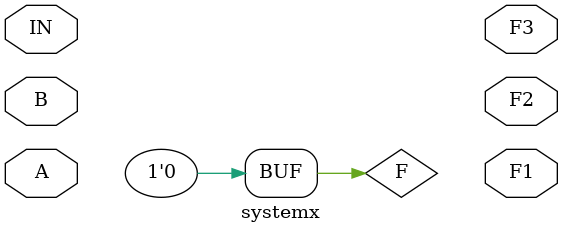
<source format=v>
module systemx
	(output wire F1, F2, F3,
	input wire A, B, IN);

	wire An, Bn, Cn;
	wire m0, m2,m6;

	assign An = ~A;
	assign Bn = ~B;
	assign Cn = ~C;

	assign F = 0;
	
endmodule

</source>
